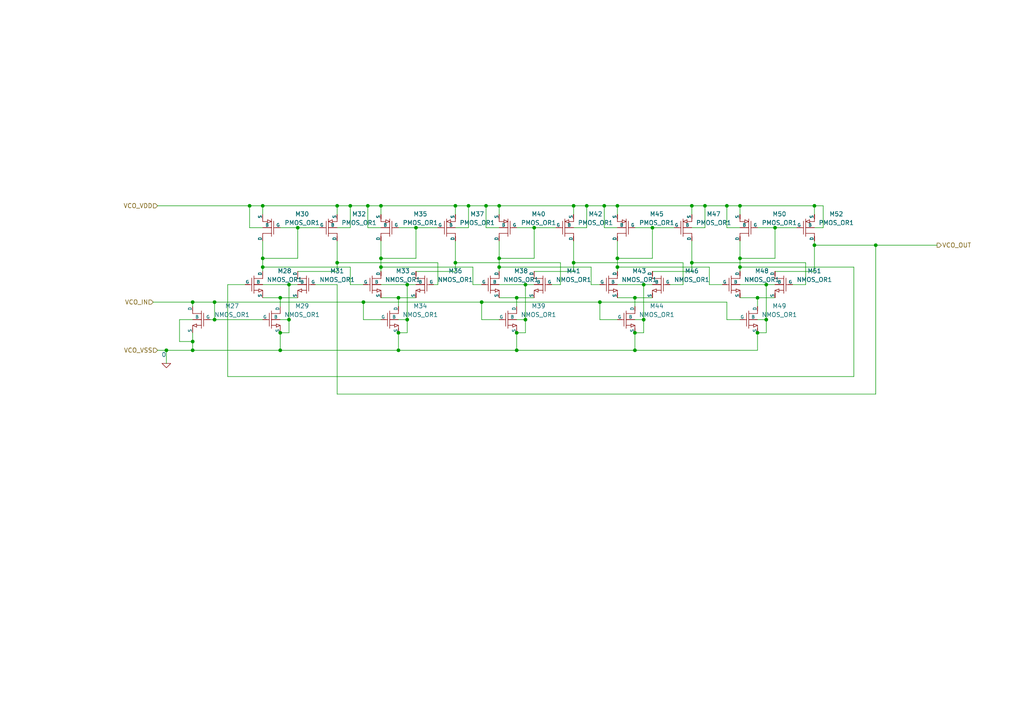
<source format=kicad_sch>
(kicad_sch (version 20230121) (generator eeschema)
  (paper "A4")
  (lib_symbols
    (symbol "OR1Symbols:0" (power) (pin_names (offset 0))
      (property "Value" "0" (at 0 -1.27 0))
      (symbol "0_0_1"
        (polyline (pts (xy -1.27 0) (xy 1.27 0) (xy 0 -1.27) (xy -1.27 0)))
      )
      (symbol "0_1_1"
        (pin power_in line (at 0 0 180) (length 0) hide (name "0") (number "1"))
      )
    )
    (symbol "OR1Symbols:NMOS_OR1" (pin_numbers hide) (pin_names (offset 0))
      (property "Reference" "M" (at 8.89 5.08 0))
      (property "Value" "NMOS_OR1" (at 8.89 2.54 0))
      (symbol "NMOS_OR1_0_1"
        (polyline (pts (xy 0 0) (xy 1.905 0)))
        (polyline (pts (xy 1.905 1.905) (xy 1.905 -1.905)))
        (polyline (pts (xy 2.54 -2.54) (xy 2.54 2.54)))
        (polyline (pts (xy 2.54 -1.651) (xy 3.937 -1.651)))
        (polyline (pts (xy 2.54 0) (xy 5.08 0)))
        (polyline (pts (xy 2.54 1.778) (xy 5.08 1.778)))
        (polyline (pts (xy 3.937 -2.159) (xy 3.937 -1.27)))
        (polyline (pts (xy 3.937 -1.27) (xy 5.08 -1.651)))
        (polyline (pts (xy 5.08 -1.651) (xy 3.937 -2.159)))
        (polyline (pts (xy 5.08 -1.651) (xy 5.08 -3.81)))
        (polyline (pts (xy 5.08 1.778) (xy 5.08 3.81)))
      )
      (symbol "NMOS_OR1_1_1"
        (pin passive line (at 5.08 3.81 270) (length 1.27) (name "D") (number "1"))
        (pin passive line (at 0 0 0) (length 1.27) (name "G") (number "2"))
        (pin passive line (at 5.08 -3.81 90) (length 1.27) (name "S") (number "3"))
        (pin passive line (at 5.08 0 180) (length 2.54) (name "B") (number "4"))
      )
    )
    (symbol "OR1Symbols:PMOS_OR1" (pin_numbers hide) (pin_names (offset 0))
      (property "Reference" "M" (at 8.89 5.08 0))
      (property "Value" "PMOS_OR1" (at 8.89 2.54 0))
      (symbol "PMOS_OR1_0_1"
        (polyline (pts (xy 0 0) (xy 1.905 0)))
        (polyline (pts (xy 1.905 1.905) (xy 1.905 -1.905)))
        (polyline (pts (xy 2.54 -2.54) (xy 2.54 2.54)))
        (polyline (pts (xy 2.54 -1.651) (xy 5.08 -1.651)))
        (polyline (pts (xy 2.54 0) (xy 5.08 0)))
        (polyline (pts (xy 2.54 1.778) (xy 3.683 2.286)))
        (polyline (pts (xy 3.683 1.397) (xy 2.54 1.778)))
        (polyline (pts (xy 3.683 1.397) (xy 3.683 2.286)))
        (polyline (pts (xy 3.683 1.778) (xy 5.08 1.778)))
        (polyline (pts (xy 5.08 -1.651) (xy 5.08 -3.81)))
        (polyline (pts (xy 5.08 1.778) (xy 5.08 3.81)))
      )
      (symbol "PMOS_OR1_1_1"
        (pin passive line (at 5.08 -3.81 90) (length 1.27) (name "D") (number "1"))
        (pin passive line (at 0 0 0) (length 1.27) (name "G") (number "2"))
        (pin passive line (at 5.08 3.81 270) (length 1.27) (name "S") (number "3"))
        (pin passive line (at 5.08 0 180) (length 2.54) (name "B") (number "4"))
      )
    )
  )
  (junction (at 101.6 59.69))
  (junction (at 106.68 59.69))
  (junction (at 186.69 92.71))
  (junction (at 55.88 87.63))
  (junction (at 214.63 74.93))
  (junction (at 236.22 59.69))
  (junction (at 179.07 77.47))
  (junction (at 97.79 76.2))
  (junction (at 144.78 59.69))
  (junction (at 140.97 59.69))
  (junction (at 48.26 101.6))
  (junction (at 170.18 59.69))
  (junction (at 173.99 87.63))
  (junction (at 81.28 86.36))
  (junction (at 97.79 59.69))
  (junction (at 219.71 86.36))
  (junction (at 214.63 77.47))
  (junction (at 175.26 59.69))
  (junction (at 118.11 92.71))
  (junction (at 166.37 76.2))
  (junction (at 139.7 87.63))
  (junction (at 189.23 66.04))
  (junction (at 200.66 59.69))
  (junction (at 110.49 59.69))
  (junction (at 132.08 76.2))
  (junction (at 105.41 87.63))
  (junction (at 144.78 74.93))
  (junction (at 210.82 59.69))
  (junction (at 149.86 86.36))
  (junction (at 55.88 101.6))
  (junction (at 152.4 82.55))
  (junction (at 186.69 82.55))
  (junction (at 115.57 101.6))
  (junction (at 120.65 66.04))
  (junction (at 224.79 66.04))
  (junction (at 76.2 77.47))
  (junction (at 179.07 59.69))
  (junction (at 62.23 92.71))
  (junction (at 204.47 59.69))
  (junction (at 115.57 96.52))
  (junction (at 184.15 101.6))
  (junction (at 166.37 59.69))
  (junction (at 81.28 101.6))
  (junction (at 83.82 92.71))
  (junction (at 81.28 96.52))
  (junction (at 149.86 96.52))
  (junction (at 86.36 66.04))
  (junction (at 55.88 99.06))
  (junction (at 115.57 86.36))
  (junction (at 184.15 96.52))
  (junction (at 132.08 59.69))
  (junction (at 144.78 77.47))
  (junction (at 76.2 74.93))
  (junction (at 236.22 71.12))
  (junction (at 118.11 82.55))
  (junction (at 83.82 82.55))
  (junction (at 154.94 66.04))
  (junction (at 219.71 96.52))
  (junction (at 110.49 74.93))
  (junction (at 76.2 59.69))
  (junction (at 135.89 59.69))
  (junction (at 179.07 74.93))
  (junction (at 152.4 92.71))
  (junction (at 62.23 87.63))
  (junction (at 222.25 82.55))
  (junction (at 184.15 86.36))
  (junction (at 222.25 92.71))
  (junction (at 149.86 101.6))
  (junction (at 110.49 77.47))
  (junction (at 200.66 76.2))
  (junction (at 254 71.12))
  (junction (at 214.63 59.69))
  (junction (at 72.39 59.69))
  (wire (pts (xy 144.78 77.47) (xy 144.78 78.74)))
  (wire (pts (xy 115.57 86.36) (xy 120.65 86.36)))
  (wire (pts (xy 186.69 82.55) (xy 186.69 92.71)))
  (wire (pts (xy 210.82 66.04) (xy 214.63 66.04)))
  (wire (pts (xy 110.49 86.36) (xy 115.57 86.36)))
  (wire (pts (xy 179.07 74.93) (xy 189.23 74.93)))
  (wire (pts (xy 144.78 92.71) (xy 139.7 92.71)))
  (wire (pts (xy 72.39 66.04) (xy 72.39 59.69)))
  (wire (pts (xy 200.66 78.74) (xy 189.23 78.74)))
  (wire (pts (xy 204.47 66.04) (xy 204.47 59.69)))
  (wire (pts (xy 210.82 92.71) (xy 214.63 92.71)))
  (wire (pts (xy 120.65 66.04) (xy 127 66.04)))
  (wire (pts (xy 166.37 59.69) (xy 166.37 62.23)))
  (wire (pts (xy 81.28 66.04) (xy 86.36 66.04)))
  (wire (pts (xy 236.22 78.74) (xy 224.79 78.74)))
  (wire (pts (xy 115.57 86.36) (xy 115.57 88.9)))
  (wire (pts (xy 200.66 76.2) (xy 233.68 76.2)))
  (wire (pts (xy 127 76.2) (xy 127 82.55)))
  (wire (pts (xy 118.11 92.71) (xy 118.11 96.52)))
  (wire (pts (xy 97.79 69.85) (xy 97.79 76.2)))
  (wire (pts (xy 110.49 74.93) (xy 120.65 74.93)))
  (wire (pts (xy 149.86 66.04) (xy 154.94 66.04)))
  (wire (pts (xy 198.12 76.2) (xy 198.12 82.55)))
  (wire (pts (xy 236.22 69.85) (xy 236.22 71.12)))
  (wire (pts (xy 97.79 76.2) (xy 127 76.2)))
  (wire (pts (xy 66.04 82.55) (xy 71.12 82.55)))
  (wire (pts (xy 229.87 82.55) (xy 233.68 82.55)))
  (wire (pts (xy 214.63 74.93) (xy 214.63 77.47)))
  (wire (pts (xy 186.69 92.71) (xy 186.69 96.52)))
  (wire (pts (xy 214.63 74.93) (xy 224.79 74.93)))
  (wire (pts (xy 166.37 69.85) (xy 166.37 76.2)))
  (wire (pts (xy 205.74 82.55) (xy 209.55 82.55)))
  (wire (pts (xy 44.45 87.63) (xy 55.88 87.63)))
  (wire (pts (xy 214.63 62.23) (xy 214.63 59.69)))
  (wire (pts (xy 144.78 82.55) (xy 152.4 82.55)))
  (wire (pts (xy 236.22 59.69) (xy 236.22 62.23)))
  (wire (pts (xy 149.86 92.71) (xy 152.4 92.71)))
  (wire (pts (xy 210.82 59.69) (xy 214.63 59.69)))
  (wire (pts (xy 101.6 59.69) (xy 101.6 66.04)))
  (wire (pts (xy 144.78 62.23) (xy 144.78 59.69)))
  (wire (pts (xy 173.99 87.63) (xy 210.82 87.63)))
  (wire (pts (xy 76.2 74.93) (xy 86.36 74.93)))
  (wire (pts (xy 81.28 86.36) (xy 81.28 88.9)))
  (wire (pts (xy 171.45 77.47) (xy 171.45 82.55)))
  (wire (pts (xy 55.88 96.52) (xy 55.88 99.06)))
  (wire (pts (xy 210.82 59.69) (xy 210.82 66.04)))
  (wire (pts (xy 118.11 96.52) (xy 115.57 96.52)))
  (wire (pts (xy 132.08 76.2) (xy 132.08 78.74)))
  (wire (pts (xy 106.68 66.04) (xy 106.68 59.69)))
  (wire (pts (xy 222.25 92.71) (xy 222.25 96.52)))
  (wire (pts (xy 166.37 76.2) (xy 198.12 76.2)))
  (wire (pts (xy 184.15 66.04) (xy 189.23 66.04)))
  (wire (pts (xy 110.49 66.04) (xy 106.68 66.04)))
  (wire (pts (xy 55.88 99.06) (xy 55.88 101.6)))
  (wire (pts (xy 247.65 77.47) (xy 247.65 109.22)))
  (wire (pts (xy 152.4 82.55) (xy 152.4 92.71)))
  (wire (pts (xy 152.4 82.55) (xy 154.94 82.55)))
  (wire (pts (xy 186.69 82.55) (xy 189.23 82.55)))
  (wire (pts (xy 62.23 92.71) (xy 76.2 92.71)))
  (wire (pts (xy 76.2 59.69) (xy 72.39 59.69)))
  (wire (pts (xy 140.97 66.04) (xy 144.78 66.04)))
  (wire (pts (xy 236.22 66.04) (xy 238.76 66.04)))
  (wire (pts (xy 86.36 66.04) (xy 86.36 74.93)))
  (wire (pts (xy 125.73 82.55) (xy 127 82.55)))
  (wire (pts (xy 219.71 86.36) (xy 224.79 86.36)))
  (wire (pts (xy 55.88 92.71) (xy 52.07 92.71)))
  (wire (pts (xy 254 114.3) (xy 254 71.12)))
  (wire (pts (xy 81.28 96.52) (xy 81.28 101.6)))
  (wire (pts (xy 166.37 78.74) (xy 154.94 78.74)))
  (wire (pts (xy 224.79 66.04) (xy 224.79 74.93)))
  (wire (pts (xy 45.72 59.69) (xy 72.39 59.69)))
  (wire (pts (xy 115.57 101.6) (xy 149.86 101.6)))
  (wire (pts (xy 166.37 76.2) (xy 166.37 78.74)))
  (wire (pts (xy 81.28 92.71) (xy 83.82 92.71)))
  (wire (pts (xy 175.26 59.69) (xy 179.07 59.69)))
  (wire (pts (xy 62.23 87.63) (xy 62.23 92.71)))
  (wire (pts (xy 189.23 66.04) (xy 189.23 74.93)))
  (wire (pts (xy 66.04 109.22) (xy 66.04 82.55)))
  (wire (pts (xy 214.63 77.47) (xy 247.65 77.47)))
  (wire (pts (xy 179.07 82.55) (xy 186.69 82.55)))
  (wire (pts (xy 219.71 66.04) (xy 224.79 66.04)))
  (wire (pts (xy 81.28 101.6) (xy 115.57 101.6)))
  (wire (pts (xy 170.18 59.69) (xy 170.18 66.04)))
  (wire (pts (xy 86.36 66.04) (xy 92.71 66.04)))
  (wire (pts (xy 101.6 77.47) (xy 101.6 82.55)))
  (wire (pts (xy 137.16 77.47) (xy 137.16 82.55)))
  (wire (pts (xy 166.37 59.69) (xy 170.18 59.69)))
  (wire (pts (xy 91.44 82.55) (xy 97.79 82.55)))
  (wire (pts (xy 110.49 77.47) (xy 110.49 78.74)))
  (wire (pts (xy 236.22 71.12) (xy 236.22 78.74)))
  (wire (pts (xy 110.49 62.23) (xy 110.49 59.69)))
  (wire (pts (xy 179.07 77.47) (xy 205.74 77.47)))
  (wire (pts (xy 120.65 66.04) (xy 120.65 74.93)))
  (wire (pts (xy 139.7 87.63) (xy 173.99 87.63)))
  (wire (pts (xy 184.15 96.52) (xy 184.15 101.6)))
  (wire (pts (xy 173.99 92.71) (xy 173.99 87.63)))
  (wire (pts (xy 219.71 86.36) (xy 219.71 88.9)))
  (wire (pts (xy 152.4 92.71) (xy 152.4 96.52)))
  (wire (pts (xy 200.66 69.85) (xy 200.66 76.2)))
  (wire (pts (xy 144.78 69.85) (xy 144.78 74.93)))
  (wire (pts (xy 140.97 59.69) (xy 144.78 59.69)))
  (wire (pts (xy 135.89 66.04) (xy 135.89 59.69)))
  (wire (pts (xy 115.57 66.04) (xy 120.65 66.04)))
  (wire (pts (xy 152.4 96.52) (xy 149.86 96.52)))
  (wire (pts (xy 179.07 77.47) (xy 179.07 78.74)))
  (wire (pts (xy 154.94 66.04) (xy 161.29 66.04)))
  (wire (pts (xy 137.16 82.55) (xy 139.7 82.55)))
  (wire (pts (xy 214.63 82.55) (xy 222.25 82.55)))
  (wire (pts (xy 115.57 96.52) (xy 115.57 101.6)))
  (wire (pts (xy 76.2 74.93) (xy 76.2 77.47)))
  (wire (pts (xy 184.15 101.6) (xy 219.71 101.6)))
  (wire (pts (xy 238.76 59.69) (xy 236.22 59.69)))
  (wire (pts (xy 81.28 86.36) (xy 86.36 86.36)))
  (wire (pts (xy 166.37 66.04) (xy 170.18 66.04)))
  (wire (pts (xy 132.08 66.04) (xy 135.89 66.04)))
  (wire (pts (xy 97.79 76.2) (xy 97.79 78.74)))
  (wire (pts (xy 101.6 66.04) (xy 97.79 66.04)))
  (wire (pts (xy 200.66 59.69) (xy 200.66 62.23)))
  (wire (pts (xy 236.22 71.12) (xy 254 71.12)))
  (wire (pts (xy 170.18 59.69) (xy 175.26 59.69)))
  (wire (pts (xy 135.89 59.69) (xy 140.97 59.69)))
  (wire (pts (xy 222.25 82.55) (xy 224.79 82.55)))
  (wire (pts (xy 52.07 99.06) (xy 55.88 99.06)))
  (wire (pts (xy 144.78 74.93) (xy 144.78 77.47)))
  (wire (pts (xy 110.49 92.71) (xy 105.41 92.71)))
  (wire (pts (xy 171.45 82.55) (xy 173.99 82.55)))
  (wire (pts (xy 101.6 59.69) (xy 106.68 59.69)))
  (wire (pts (xy 105.41 87.63) (xy 139.7 87.63)))
  (wire (pts (xy 214.63 77.47) (xy 214.63 78.74)))
  (wire (pts (xy 76.2 82.55) (xy 83.82 82.55)))
  (wire (pts (xy 184.15 92.71) (xy 186.69 92.71)))
  (wire (pts (xy 184.15 86.36) (xy 189.23 86.36)))
  (wire (pts (xy 149.86 86.36) (xy 149.86 88.9)))
  (wire (pts (xy 214.63 86.36) (xy 219.71 86.36)))
  (wire (pts (xy 254 71.12) (xy 271.78 71.12)))
  (wire (pts (xy 247.65 109.22) (xy 66.04 109.22)))
  (wire (pts (xy 97.79 59.69) (xy 101.6 59.69)))
  (wire (pts (xy 179.07 69.85) (xy 179.07 74.93)))
  (wire (pts (xy 76.2 77.47) (xy 76.2 78.74)))
  (wire (pts (xy 76.2 77.47) (xy 101.6 77.47)))
  (wire (pts (xy 76.2 59.69) (xy 97.79 59.69)))
  (wire (pts (xy 224.79 66.04) (xy 231.14 66.04)))
  (wire (pts (xy 118.11 82.55) (xy 120.65 82.55)))
  (wire (pts (xy 60.96 92.71) (xy 62.23 92.71)))
  (wire (pts (xy 132.08 78.74) (xy 120.65 78.74)))
  (wire (pts (xy 132.08 59.69) (xy 135.89 59.69)))
  (wire (pts (xy 101.6 82.55) (xy 105.41 82.55)))
  (wire (pts (xy 76.2 86.36) (xy 81.28 86.36)))
  (wire (pts (xy 83.82 92.71) (xy 83.82 96.52)))
  (wire (pts (xy 179.07 62.23) (xy 179.07 59.69)))
  (wire (pts (xy 115.57 92.71) (xy 118.11 92.71)))
  (wire (pts (xy 204.47 59.69) (xy 210.82 59.69)))
  (wire (pts (xy 48.26 101.6) (xy 48.26 105.41)))
  (wire (pts (xy 110.49 74.93) (xy 110.49 77.47)))
  (wire (pts (xy 219.71 92.71) (xy 222.25 92.71)))
  (wire (pts (xy 97.79 114.3) (xy 254 114.3)))
  (wire (pts (xy 214.63 59.69) (xy 236.22 59.69)))
  (wire (pts (xy 139.7 92.71) (xy 139.7 87.63)))
  (wire (pts (xy 162.56 76.2) (xy 162.56 82.55)))
  (wire (pts (xy 132.08 76.2) (xy 162.56 76.2)))
  (wire (pts (xy 154.94 66.04) (xy 154.94 74.93)))
  (wire (pts (xy 76.2 62.23) (xy 76.2 59.69)))
  (wire (pts (xy 55.88 87.63) (xy 62.23 87.63)))
  (wire (pts (xy 184.15 86.36) (xy 184.15 88.9)))
  (wire (pts (xy 97.79 59.69) (xy 97.79 62.23)))
  (wire (pts (xy 219.71 96.52) (xy 219.71 101.6)))
  (wire (pts (xy 149.86 101.6) (xy 184.15 101.6)))
  (wire (pts (xy 83.82 96.52) (xy 81.28 96.52)))
  (wire (pts (xy 110.49 59.69) (xy 132.08 59.69)))
  (wire (pts (xy 179.07 86.36) (xy 184.15 86.36)))
  (wire (pts (xy 48.26 101.6) (xy 55.88 101.6)))
  (wire (pts (xy 76.2 66.04) (xy 72.39 66.04)))
  (wire (pts (xy 205.74 77.47) (xy 205.74 82.55)))
  (wire (pts (xy 76.2 69.85) (xy 76.2 74.93)))
  (wire (pts (xy 110.49 77.47) (xy 137.16 77.47)))
  (wire (pts (xy 210.82 87.63) (xy 210.82 92.71)))
  (wire (pts (xy 45.72 101.6) (xy 48.26 101.6)))
  (wire (pts (xy 238.76 66.04) (xy 238.76 59.69)))
  (wire (pts (xy 62.23 87.63) (xy 105.41 87.63)))
  (wire (pts (xy 118.11 82.55) (xy 118.11 92.71)))
  (wire (pts (xy 222.25 96.52) (xy 219.71 96.52)))
  (wire (pts (xy 175.26 59.69) (xy 175.26 66.04)))
  (wire (pts (xy 175.26 66.04) (xy 179.07 66.04)))
  (wire (pts (xy 110.49 69.85) (xy 110.49 74.93)))
  (wire (pts (xy 189.23 66.04) (xy 195.58 66.04)))
  (wire (pts (xy 200.66 76.2) (xy 200.66 78.74)))
  (wire (pts (xy 144.78 74.93) (xy 154.94 74.93)))
  (wire (pts (xy 162.56 82.55) (xy 160.02 82.55)))
  (wire (pts (xy 186.69 96.52) (xy 184.15 96.52)))
  (wire (pts (xy 144.78 86.36) (xy 149.86 86.36)))
  (wire (pts (xy 132.08 59.69) (xy 132.08 62.23)))
  (wire (pts (xy 179.07 92.71) (xy 173.99 92.71)))
  (wire (pts (xy 144.78 59.69) (xy 166.37 59.69)))
  (wire (pts (xy 194.31 82.55) (xy 198.12 82.55)))
  (wire (pts (xy 200.66 66.04) (xy 204.47 66.04)))
  (wire (pts (xy 140.97 59.69) (xy 140.97 66.04)))
  (wire (pts (xy 97.79 78.74) (xy 86.36 78.74)))
  (wire (pts (xy 110.49 82.55) (xy 118.11 82.55)))
  (wire (pts (xy 52.07 92.71) (xy 52.07 99.06)))
  (wire (pts (xy 233.68 76.2) (xy 233.68 82.55)))
  (wire (pts (xy 214.63 69.85) (xy 214.63 74.93)))
  (wire (pts (xy 222.25 82.55) (xy 222.25 92.71)))
  (wire (pts (xy 55.88 101.6) (xy 81.28 101.6)))
  (wire (pts (xy 149.86 86.36) (xy 154.94 86.36)))
  (wire (pts (xy 105.41 92.71) (xy 105.41 87.63)))
  (wire (pts (xy 179.07 74.93) (xy 179.07 77.47)))
  (wire (pts (xy 149.86 96.52) (xy 149.86 101.6)))
  (wire (pts (xy 200.66 59.69) (xy 204.47 59.69)))
  (wire (pts (xy 55.88 87.63) (xy 55.88 88.9)))
  (wire (pts (xy 83.82 82.55) (xy 86.36 82.55)))
  (wire (pts (xy 83.82 82.55) (xy 83.82 92.71)))
  (wire (pts (xy 144.78 77.47) (xy 171.45 77.47)))
  (wire (pts (xy 132.08 69.85) (xy 132.08 76.2)))
  (wire (pts (xy 179.07 59.69) (xy 200.66 59.69)))
  (wire (pts (xy 106.68 59.69) (xy 110.49 59.69)))
  (wire (pts (xy 97.79 82.55) (xy 97.79 114.3)))
  (hierarchical_label "VCO_OUT" (shape output) (at 271.78 71.12 0))
  (hierarchical_label "VCO_VDD" (shape input) (at 45.72 59.69 180))
  (hierarchical_label "VCO_IN" (shape input) (at 44.45 87.63 180))
  (hierarchical_label "VCO_VSS" (shape input) (at 45.72 101.6 180))
  (symbol (lib_id "OR1Symbols:NMOS_OR1") (at 110.49 92.71 0) (unit 1)
    (property "Reference" "M34" (at 121.92 88.7477 0))
    (property "Value" "NMOS_OR1" (at 121.92 91.2877 0))
    (property "Sim.Pins" "1=1 2=2 3=3 4=4" (effects hide))
    (property "Sim.Device" "SPICE" (effects hide))
    (property "Sim.Params" "type=\"M\" model=\"NMOS_OR1 l=1u w=2u\" lib=\"\"" (effects hide))
    (instances (project "" (path "" (reference "M34") (unit 1))) (project "tb" (path "" (reference "M34") (unit 1))) (project "tb" (path "" (reference "M34") (unit 1))) (project "cc_osc" (path "" (reference "M15") (unit 1)) (path "" (reference "M34") (unit 1))) (project "VCO" (path "" (reference "M34") (unit 1))) (project "VCO_buf" (path "" (reference "M34") (unit 1)) (path "" (reference "M8") (unit 1))) (project "tb_VCO_buf" (path "" (reference "M8") (unit 1))))
  )
  (symbol (lib_id "OR1Symbols:NMOS_OR1") (at 214.63 92.71 0) (unit 1)
    (property "Reference" "M49" (at 226.06 88.7477 0))
    (property "Value" "NMOS_OR1" (at 226.06 91.2877 0))
    (property "Sim.Pins" "1=1 2=2 3=3 4=4" (effects hide))
    (property "Sim.Device" "SPICE" (effects hide))
    (property "Sim.Params" "type=\"M\" model=\"NMOS_OR1 l=1u w=2u\" lib=\"\"" (effects hide))
    (instances (project "" (path "" (reference "M49") (unit 1))) (project "tb" (path "" (reference "M49") (unit 1))) (project "tb" (path "" (reference "M49") (unit 1))) (project "cc_osc" (path "" (reference "M24") (unit 1)) (path "" (reference "M49") (unit 1))) (project "VCO" (path "" (reference "M49") (unit 1))) (project "VCO_buf" (path "" (reference "M49") (unit 1)) (path "" (reference "M23") (unit 1))) (project "tb_VCO_buf" (path "" (reference "M23") (unit 1))))
  )
  (symbol (lib_id "OR1Symbols:PMOS_OR1") (at 92.71 66.04 0) (unit 1)
    (property "Reference" "M32" (at 104.14 62.0777 0))
    (property "Value" "PMOS_OR1" (at 104.14 64.6177 0))
    (property "Sim.Pins" "1=1 2=2 3=3 4=4" (effects hide))
    (property "Sim.Device" "SPICE" (effects hide))
    (property "Sim.Params" "type=\"M\" model=\"PMOS_OR1 l=1u w=6u\" lib=\"\"" (effects hide))
    (instances (project "" (path "" (reference "M32") (unit 1))) (project "tb" (path "" (reference "M32") (unit 1))) (project "tb" (path "" (reference "M32") (unit 1))) (project "cc_osc" (path "" (reference "M2") (unit 1)) (path "" (reference "M32") (unit 1))) (project "VCO" (path "" (reference "M32") (unit 1))) (project "VCO_buf" (path "" (reference "M32") (unit 1)) (path "" (reference "M6") (unit 1))) (project "tb_VCO_buf" (path "" (reference "M6") (unit 1))))
  )
  (symbol (lib_id "OR1Symbols:NMOS_OR1") (at 173.99 82.55 0) (unit 1)
    (property "Reference" "M43" (at 185.42 78.5877 0))
    (property "Value" "NMOS_OR1" (at 185.42 81.1277 0))
    (property "Sim.Pins" "1=1 2=2 3=3 4=4" (effects hide))
    (property "Sim.Device" "SPICE" (effects hide))
    (property "Sim.Params" "type=\"M\" model=\"NMOS_OR1 l=1u w=2u\" lib=\"\"" (effects hide))
    (instances (project "" (path "" (reference "M43") (unit 1))) (project "tb" (path "" (reference "M43") (unit 1))) (project "tb" (path "" (reference "M43") (unit 1))) (project "cc_osc" (path "" (reference "M20") (unit 1)) (path "" (reference "M43") (unit 1))) (project "VCO" (path "" (reference "M43") (unit 1))) (project "VCO_buf" (path "" (reference "M43") (unit 1)) (path "" (reference "M17") (unit 1))) (project "tb_VCO_buf" (path "" (reference "M17") (unit 1))))
  )
  (symbol (lib_id "OR1Symbols:PMOS_OR1") (at 231.14 66.04 0) (unit 1)
    (property "Reference" "M52" (at 242.57 62.0777 0))
    (property "Value" "PMOS_OR1" (at 242.57 64.6177 0))
    (property "Sim.Pins" "1=1 2=2 3=3 4=4" (effects hide))
    (property "Sim.Device" "SPICE" (effects hide))
    (property "Sim.Params" "type=\"M\" model=\"PMOS_OR1 l=1u w=6u\" lib=\"\"" (effects hide))
    (instances (project "" (path "" (reference "M52") (unit 1))) (project "tb" (path "" (reference "M52") (unit 1))) (project "tb" (path "" (reference "M52") (unit 1))) (project "cc_osc" (path "" (reference "M10") (unit 1)) (path "" (reference "M52") (unit 1))) (project "VCO" (path "" (reference "M52") (unit 1))) (project "VCO_buf" (path "" (reference "M52") (unit 1)) (path "" (reference "M26") (unit 1))) (project "tb_VCO_buf" (path "" (reference "M26") (unit 1))))
  )
  (symbol (lib_id "OR1Symbols:PMOS_OR1") (at 195.58 66.04 0) (unit 1)
    (property "Reference" "M47" (at 207.01 62.0777 0))
    (property "Value" "PMOS_OR1" (at 207.01 64.6177 0))
    (property "Sim.Pins" "1=1 2=2 3=3 4=4" (effects hide))
    (property "Sim.Device" "SPICE" (effects hide))
    (property "Sim.Params" "type=\"M\" model=\"PMOS_OR1 l=1u w=6u\" lib=\"\"" (effects hide))
    (instances (project "" (path "" (reference "M47") (unit 1))) (project "tb" (path "" (reference "M47") (unit 1))) (project "tb" (path "" (reference "M47") (unit 1))) (project "cc_osc" (path "" (reference "M8") (unit 1)) (path "" (reference "M47") (unit 1))) (project "VCO" (path "" (reference "M47") (unit 1))) (project "VCO_buf" (path "" (reference "M47") (unit 1)) (path "" (reference "M21") (unit 1))) (project "tb_VCO_buf" (path "" (reference "M21") (unit 1))))
  )
  (symbol (lib_id "OR1Symbols:PMOS_OR1") (at 81.28 66.04 0) (mirror y) (unit 1)
    (property "Reference" "M30" (at 87.63 62.0777 0))
    (property "Value" "PMOS_OR1" (at 87.63 64.6177 0))
    (property "Sim.Pins" "1=1 2=2 3=3 4=4" (effects hide))
    (property "Sim.Device" "SPICE" (effects hide))
    (property "Sim.Params" "type=\"M\" model=\"PMOS_OR1 l=1u w=6u\" lib=\"\"" (effects hide))
    (instances (project "" (path "" (reference "M30") (unit 1))) (project "tb" (path "" (reference "M30") (unit 1))) (project "tb" (path "" (reference "M30") (unit 1))) (project "cc_osc" (path "" (reference "M1") (unit 1)) (path "" (reference "M30") (unit 1))) (project "VCO" (path "" (reference "M30") (unit 1))) (project "VCO_buf" (path "" (reference "M30") (unit 1)) (path "" (reference "M4") (unit 1))) (project "tb_VCO_buf" (path "" (reference "M4") (unit 1))))
  )
  (symbol (lib_id "OR1Symbols:NMOS_OR1") (at 194.31 82.55 0) (mirror y) (unit 1)
    (property "Reference" "M46" (at 200.66 78.5877 0))
    (property "Value" "NMOS_OR1" (at 200.66 81.1277 0))
    (property "Sim.Pins" "1=1 2=2 3=3 4=4" (effects hide))
    (property "Sim.Device" "SPICE" (effects hide))
    (property "Sim.Params" "type=\"M\" model=\"NMOS_OR1 l=1u w=2u\" lib=\"\"" (effects hide))
    (instances (project "" (path "" (reference "M46") (unit 1))) (project "tb" (path "" (reference "M46") (unit 1))) (project "tb" (path "" (reference "M46") (unit 1))) (project "cc_osc" (path "" (reference "M22") (unit 1)) (path "" (reference "M46") (unit 1))) (project "VCO" (path "" (reference "M46") (unit 1))) (project "VCO_buf" (path "" (reference "M46") (unit 1)) (path "" (reference "M20") (unit 1))) (project "tb_VCO_buf" (path "" (reference "M20") (unit 1))))
  )
  (symbol (lib_id "OR1Symbols:PMOS_OR1") (at 149.86 66.04 0) (mirror y) (unit 1)
    (property "Reference" "M40" (at 156.21 62.0777 0))
    (property "Value" "PMOS_OR1" (at 156.21 64.6177 0))
    (property "Sim.Pins" "1=1 2=2 3=3 4=4" (effects hide))
    (property "Sim.Device" "SPICE" (effects hide))
    (property "Sim.Params" "type=\"M\" model=\"PMOS_OR1 l=1u w=6u\" lib=\"\"" (effects hide))
    (instances (project "" (path "" (reference "M40") (unit 1))) (project "tb" (path "" (reference "M40") (unit 1))) (project "tb" (path "" (reference "M40") (unit 1))) (project "cc_osc" (path "" (reference "M5") (unit 1)) (path "" (reference "M40") (unit 1))) (project "VCO" (path "" (reference "M40") (unit 1))) (project "VCO_buf" (path "" (reference "M40") (unit 1)) (path "" (reference "M14") (unit 1))) (project "tb_VCO_buf" (path "" (reference "M14") (unit 1))))
  )
  (symbol (lib_id "OR1Symbols:NMOS_OR1") (at 139.7 82.55 0) (unit 1)
    (property "Reference" "M38" (at 151.13 78.5877 0))
    (property "Value" "NMOS_OR1" (at 151.13 81.1277 0))
    (property "Sim.Pins" "1=1 2=2 3=3 4=4" (effects hide))
    (property "Sim.Device" "SPICE" (effects hide))
    (property "Sim.Params" "type=\"M\" model=\"NMOS_OR1 l=1u w=2u\" lib=\"\"" (effects hide))
    (instances (project "" (path "" (reference "M38") (unit 1))) (project "tb" (path "" (reference "M38") (unit 1))) (project "tb" (path "" (reference "M38") (unit 1))) (project "cc_osc" (path "" (reference "M17") (unit 1)) (path "" (reference "M38") (unit 1))) (project "VCO" (path "" (reference "M38") (unit 1))) (project "VCO_buf" (path "" (reference "M38") (unit 1)) (path "" (reference "M12") (unit 1))) (project "tb_VCO_buf" (path "" (reference "M12") (unit 1))))
  )
  (symbol (lib_id "OR1Symbols:NMOS_OR1") (at 91.44 82.55 0) (mirror y) (unit 1)
    (property "Reference" "M31" (at 97.79 78.5877 0))
    (property "Value" "NMOS_OR1" (at 97.79 81.1277 0))
    (property "Sim.Pins" "1=1 2=2 3=3 4=4" (effects hide))
    (property "Sim.Device" "SPICE" (effects hide))
    (property "Sim.Params" "type=\"M\" model=\"NMOS_OR1 l=1u w=2u\" lib=\"\"" (effects hide))
    (instances (project "" (path "" (reference "M31") (unit 1))) (project "tb" (path "" (reference "M31") (unit 1))) (project "tb" (path "" (reference "M31") (unit 1))) (project "cc_osc" (path "" (reference "M12") (unit 1)) (path "" (reference "M31") (unit 1))) (project "VCO" (path "" (reference "M31") (unit 1))) (project "VCO_buf" (path "" (reference "M31") (unit 1)) (path "" (reference "M5") (unit 1))) (project "tb_VCO_buf" (path "" (reference "M5") (unit 1))))
  )
  (symbol (lib_id "OR1Symbols:NMOS_OR1") (at 60.96 92.71 0) (mirror y) (unit 1)
    (property "Reference" "M27" (at 67.31 88.7477 0))
    (property "Value" "NMOS_OR1" (at 67.31 91.2877 0))
    (property "Sim.Pins" "1=1 2=2 3=3 4=4" (effects hide))
    (property "Sim.Device" "SPICE" (effects hide))
    (property "Sim.Params" "type=\"M\" model=\"NMOS_OR1 l=1u w=2u\" lib=\"\"" (effects hide))
    (instances (project "" (path "" (reference "M27") (unit 1))) (project "tb" (path "" (reference "M27") (unit 1))) (project "tb" (path "" (reference "M27") (unit 1))) (project "cc_osc" (path "" (reference "M26") (unit 1)) (path "" (reference "M27") (unit 1))) (project "VCO" (path "" (reference "M27") (unit 1))) (project "VCO_buf" (path "" (reference "M27") (unit 1)) (path "" (reference "M1") (unit 1))) (project "tb_VCO_buf" (path "" (reference "M1") (unit 1))))
  )
  (symbol (lib_id "OR1Symbols:PMOS_OR1") (at 184.15 66.04 0) (mirror y) (unit 1)
    (property "Reference" "M45" (at 190.5 62.0777 0))
    (property "Value" "PMOS_OR1" (at 190.5 64.6177 0))
    (property "Sim.Pins" "1=1 2=2 3=3 4=4" (effects hide))
    (property "Sim.Device" "SPICE" (effects hide))
    (property "Sim.Params" "type=\"M\" model=\"PMOS_OR1 l=1u w=6u\" lib=\"\"" (effects hide))
    (instances (project "" (path "" (reference "M45") (unit 1))) (project "tb" (path "" (reference "M45") (unit 1))) (project "tb" (path "" (reference "M45") (unit 1))) (project "cc_osc" (path "" (reference "M7") (unit 1)) (path "" (reference "M45") (unit 1))) (project "VCO" (path "" (reference "M45") (unit 1))) (project "VCO_buf" (path "" (reference "M45") (unit 1)) (path "" (reference "M19") (unit 1))) (project "tb_VCO_buf" (path "" (reference "M19") (unit 1))))
  )
  (symbol (lib_id "OR1Symbols:NMOS_OR1") (at 179.07 92.71 0) (unit 1)
    (property "Reference" "M44" (at 190.5 88.7477 0))
    (property "Value" "NMOS_OR1" (at 190.5 91.2877 0))
    (property "Sim.Pins" "1=1 2=2 3=3 4=4" (effects hide))
    (property "Sim.Device" "SPICE" (effects hide))
    (property "Sim.Params" "type=\"M\" model=\"NMOS_OR1 l=1u w=2u\" lib=\"\"" (effects hide))
    (instances (project "" (path "" (reference "M44") (unit 1))) (project "tb" (path "" (reference "M44") (unit 1))) (project "tb" (path "" (reference "M44") (unit 1))) (project "cc_osc" (path "" (reference "M21") (unit 1)) (path "" (reference "M44") (unit 1))) (project "VCO" (path "" (reference "M44") (unit 1))) (project "VCO_buf" (path "" (reference "M44") (unit 1)) (path "" (reference "M18") (unit 1))) (project "tb_VCO_buf" (path "" (reference "M18") (unit 1))))
  )
  (symbol (lib_id "OR1Symbols:PMOS_OR1") (at 127 66.04 0) (unit 1)
    (property "Reference" "M37" (at 138.43 62.0777 0))
    (property "Value" "PMOS_OR1" (at 138.43 64.6177 0))
    (property "Sim.Pins" "1=1 2=2 3=3 4=4" (effects hide))
    (property "Sim.Device" "SPICE" (effects hide))
    (property "Sim.Params" "type=\"M\" model=\"PMOS_OR1 l=1u w=6u\" lib=\"\"" (effects hide))
    (instances (project "" (path "" (reference "M37") (unit 1))) (project "tb" (path "" (reference "M37") (unit 1))) (project "tb" (path "" (reference "M37") (unit 1))) (project "cc_osc" (path "" (reference "M4") (unit 1)) (path "" (reference "M37") (unit 1))) (project "VCO" (path "" (reference "M37") (unit 1))) (project "VCO_buf" (path "" (reference "M37") (unit 1)) (path "" (reference "M11") (unit 1))) (project "tb_VCO_buf" (path "" (reference "M11") (unit 1))))
  )
  (symbol (lib_id "OR1Symbols:PMOS_OR1") (at 161.29 66.04 0) (unit 1)
    (property "Reference" "M42" (at 172.72 62.0777 0))
    (property "Value" "PMOS_OR1" (at 172.72 64.6177 0))
    (property "Sim.Pins" "1=1 2=2 3=3 4=4" (effects hide))
    (property "Sim.Device" "SPICE" (effects hide))
    (property "Sim.Params" "type=\"M\" model=\"PMOS_OR1 l=1u w=6u\" lib=\"\"" (effects hide))
    (instances (project "" (path "" (reference "M42") (unit 1))) (project "tb" (path "" (reference "M42") (unit 1))) (project "tb" (path "" (reference "M42") (unit 1))) (project "cc_osc" (path "" (reference "M6") (unit 1)) (path "" (reference "M42") (unit 1))) (project "VCO" (path "" (reference "M42") (unit 1))) (project "VCO_buf" (path "" (reference "M42") (unit 1)) (path "" (reference "M16") (unit 1))) (project "tb_VCO_buf" (path "" (reference "M16") (unit 1))))
  )
  (symbol (lib_id "OR1Symbols:NMOS_OR1") (at 160.02 82.55 0) (mirror y) (unit 1)
    (property "Reference" "M41" (at 166.37 78.5877 0))
    (property "Value" "NMOS_OR1" (at 166.37 81.1277 0))
    (property "Sim.Pins" "1=1 2=2 3=3 4=4" (effects hide))
    (property "Sim.Device" "SPICE" (effects hide))
    (property "Sim.Params" "type=\"M\" model=\"NMOS_OR1 l=1u w=2u\" lib=\"\"" (effects hide))
    (instances (project "" (path "" (reference "M41") (unit 1))) (project "tb" (path "" (reference "M41") (unit 1))) (project "tb" (path "" (reference "M41") (unit 1))) (project "cc_osc" (path "" (reference "M19") (unit 1)) (path "" (reference "M41") (unit 1))) (project "VCO" (path "" (reference "M41") (unit 1))) (project "VCO_buf" (path "" (reference "M41") (unit 1)) (path "" (reference "M15") (unit 1))) (project "tb_VCO_buf" (path "" (reference "M15") (unit 1))))
  )
  (symbol (lib_id "OR1Symbols:PMOS_OR1") (at 115.57 66.04 0) (mirror y) (unit 1)
    (property "Reference" "M35" (at 121.92 62.0777 0))
    (property "Value" "PMOS_OR1" (at 121.92 64.6177 0))
    (property "Sim.Pins" "1=1 2=2 3=3 4=4" (effects hide))
    (property "Sim.Device" "SPICE" (effects hide))
    (property "Sim.Params" "type=\"M\" model=\"PMOS_OR1 l=1u w=6u\" lib=\"\"" (effects hide))
    (instances (project "" (path "" (reference "M35") (unit 1))) (project "tb" (path "" (reference "M35") (unit 1))) (project "tb" (path "" (reference "M35") (unit 1))) (project "cc_osc" (path "" (reference "M3") (unit 1)) (path "" (reference "M35") (unit 1))) (project "VCO" (path "" (reference "M35") (unit 1))) (project "VCO_buf" (path "" (reference "M35") (unit 1)) (path "" (reference "M9") (unit 1))) (project "tb_VCO_buf" (path "" (reference "M9") (unit 1))))
  )
  (symbol (lib_id "OR1Symbols:0") (at 48.26 105.41 0) (unit 1)
    (property "Reference" "#GND02" (effects hide))
    (property "Value" "0" (at 48.26 102.87 0) (effects (justify right)))
    (instances (project "" (path "" (reference "#GND02") (unit 1))) (project "tb" (path "" (reference "#GND02") (unit 1))) (project "tb" (path "" (reference "#GND02") (unit 1))) (project "cc_osc" (path "" (reference "#GND01") (unit 1)) (path "" (reference "#GND02") (unit 1))) (project "VCO" (path "" (reference "#GND02") (unit 1))) (project "VCO_buf" (path "" (reference "#GND01") (unit 1))) (project "tb_VCO_buf" (path "" (reference "#GND02") (unit 1))))
  )
  (symbol (lib_id "OR1Symbols:NMOS_OR1") (at 229.87 82.55 0) (mirror y) (unit 1)
    (property "Reference" "M51" (at 236.22 78.5877 0))
    (property "Value" "NMOS_OR1" (at 236.22 81.1277 0))
    (property "Sim.Pins" "1=1 2=2 3=3 4=4" (effects hide))
    (property "Sim.Device" "SPICE" (effects hide))
    (property "Sim.Params" "type=\"M\" model=\"NMOS_OR1 l=1u w=2u\" lib=\"\"" (effects hide))
    (instances (project "" (path "" (reference "M51") (unit 1))) (project "tb" (path "" (reference "M51") (unit 1))) (project "tb" (path "" (reference "M51") (unit 1))) (project "cc_osc" (path "" (reference "M25") (unit 1)) (path "" (reference "M51") (unit 1))) (project "VCO" (path "" (reference "M51") (unit 1))) (project "VCO_buf" (path "" (reference "M51") (unit 1)) (path "" (reference "M25") (unit 1))) (project "tb_VCO_buf" (path "" (reference "M25") (unit 1))))
  )
  (symbol (lib_id "OR1Symbols:NMOS_OR1") (at 105.41 82.55 0) (unit 1)
    (property "Reference" "M33" (at 116.84 78.5877 0))
    (property "Value" "NMOS_OR1" (at 116.84 81.1277 0))
    (property "Sim.Pins" "1=1 2=2 3=3 4=4" (effects hide))
    (property "Sim.Device" "SPICE" (effects hide))
    (property "Sim.Params" "type=\"M\" model=\"NMOS_OR1 l=1u w=2u\" lib=\"\"" (effects hide))
    (instances (project "" (path "" (reference "M33") (unit 1))) (project "tb" (path "" (reference "M33") (unit 1))) (project "tb" (path "" (reference "M33") (unit 1))) (project "cc_osc" (path "" (reference "M14") (unit 1)) (path "" (reference "M33") (unit 1))) (project "VCO" (path "" (reference "M33") (unit 1))) (project "VCO_buf" (path "" (reference "M33") (unit 1)) (path "" (reference "M7") (unit 1))) (project "tb_VCO_buf" (path "" (reference "M7") (unit 1))))
  )
  (symbol (lib_id "OR1Symbols:NMOS_OR1") (at 76.2 92.71 0) (unit 1)
    (property "Reference" "M29" (at 87.63 88.7477 0))
    (property "Value" "NMOS_OR1" (at 87.63 91.2877 0))
    (property "Sim.Pins" "1=1 2=2 3=3 4=4" (effects hide))
    (property "Sim.Device" "SPICE" (effects hide))
    (property "Sim.Params" "type=\"M\" model=\"NMOS_OR1 l=1u w=2u\" lib=\"\"" (effects hide))
    (instances (project "" (path "" (reference "M29") (unit 1))) (project "tb" (path "" (reference "M29") (unit 1))) (project "tb" (path "" (reference "M29") (unit 1))) (project "cc_osc" (path "" (reference "M13") (unit 1)) (path "" (reference "M29") (unit 1))) (project "VCO" (path "" (reference "M29") (unit 1))) (project "VCO_buf" (path "" (reference "M29") (unit 1)) (path "" (reference "M3") (unit 1))) (project "tb_VCO_buf" (path "" (reference "M3") (unit 1))))
  )
  (symbol (lib_id "OR1Symbols:NMOS_OR1") (at 144.78 92.71 0) (unit 1)
    (property "Reference" "M39" (at 156.21 88.7477 0))
    (property "Value" "NMOS_OR1" (at 156.21 91.2877 0))
    (property "Sim.Pins" "1=1 2=2 3=3 4=4" (effects hide))
    (property "Sim.Device" "SPICE" (effects hide))
    (property "Sim.Params" "type=\"M\" model=\"NMOS_OR1 l=1u w=2u\" lib=\"\"" (effects hide))
    (instances (project "" (path "" (reference "M39") (unit 1))) (project "tb" (path "" (reference "M39") (unit 1))) (project "tb" (path "" (reference "M39") (unit 1))) (project "cc_osc" (path "" (reference "M18") (unit 1)) (path "" (reference "M39") (unit 1))) (project "VCO" (path "" (reference "M39") (unit 1))) (project "VCO_buf" (path "" (reference "M39") (unit 1)) (path "" (reference "M13") (unit 1))) (project "tb_VCO_buf" (path "" (reference "M13") (unit 1))))
  )
  (symbol (lib_id "OR1Symbols:PMOS_OR1") (at 219.71 66.04 0) (mirror y) (unit 1)
    (property "Reference" "M50" (at 226.06 62.0777 0))
    (property "Value" "PMOS_OR1" (at 226.06 64.6177 0))
    (property "Sim.Pins" "1=1 2=2 3=3 4=4" (effects hide))
    (property "Sim.Device" "SPICE" (effects hide))
    (property "Sim.Params" "type=\"M\" model=\"PMOS_OR1 l=1u w=6u\" lib=\"\"" (effects hide))
    (instances (project "" (path "" (reference "M50") (unit 1))) (project "tb" (path "" (reference "M50") (unit 1))) (project "tb" (path "" (reference "M50") (unit 1))) (project "cc_osc" (path "" (reference "M9") (unit 1)) (path "" (reference "M50") (unit 1))) (project "VCO" (path "" (reference "M50") (unit 1))) (project "VCO_buf" (path "" (reference "M50") (unit 1)) (path "" (reference "M24") (unit 1))) (project "tb_VCO_buf" (path "" (reference "M24") (unit 1))))
  )
  (symbol (lib_id "OR1Symbols:NMOS_OR1") (at 125.73 82.55 0) (mirror y) (unit 1)
    (property "Reference" "M36" (at 132.08 78.5877 0))
    (property "Value" "NMOS_OR1" (at 132.08 81.1277 0))
    (property "Sim.Pins" "1=1 2=2 3=3 4=4" (effects hide))
    (property "Sim.Device" "SPICE" (effects hide))
    (property "Sim.Params" "type=\"M\" model=\"NMOS_OR1 l=1u w=2u\" lib=\"\"" (effects hide))
    (instances (project "" (path "" (reference "M36") (unit 1))) (project "tb" (path "" (reference "M36") (unit 1))) (project "tb" (path "" (reference "M36") (unit 1))) (project "cc_osc" (path "" (reference "M16") (unit 1)) (path "" (reference "M36") (unit 1))) (project "VCO" (path "" (reference "M36") (unit 1))) (project "VCO_buf" (path "" (reference "M36") (unit 1)) (path "" (reference "M10") (unit 1))) (project "tb_VCO_buf" (path "" (reference "M10") (unit 1))))
  )
  (symbol (lib_id "OR1Symbols:NMOS_OR1") (at 209.55 82.55 0) (unit 1)
    (property "Reference" "M48" (at 220.98 78.5877 0))
    (property "Value" "NMOS_OR1" (at 220.98 81.1277 0))
    (property "Sim.Pins" "1=1 2=2 3=3 4=4" (effects hide))
    (property "Sim.Device" "SPICE" (effects hide))
    (property "Sim.Params" "type=\"M\" model=\"NMOS_OR1 l=1u w=2u\" lib=\"\"" (effects hide))
    (instances (project "" (path "" (reference "M48") (unit 1))) (project "tb" (path "" (reference "M48") (unit 1))) (project "tb" (path "" (reference "M48") (unit 1))) (project "cc_osc" (path "" (reference "M23") (unit 1)) (path "" (reference "M48") (unit 1))) (project "VCO" (path "" (reference "M48") (unit 1))) (project "VCO_buf" (path "" (reference "M48") (unit 1)) (path "" (reference "M22") (unit 1))) (project "tb_VCO_buf" (path "" (reference "M22") (unit 1))))
  )
  (symbol (lib_id "OR1Symbols:NMOS_OR1") (at 71.12 82.55 0) (unit 1)
    (property "Reference" "M28" (at 82.55 78.5877 0))
    (property "Value" "NMOS_OR1" (at 82.55 81.1277 0))
    (property "Sim.Pins" "1=1 2=2 3=3 4=4" (effects hide))
    (property "Sim.Device" "SPICE" (effects hide))
    (property "Sim.Params" "type=\"M\" model=\"NMOS_OR1 l=1u w=2u\" lib=\"\"" (effects hide))
    (instances (project "" (path "" (reference "M28") (unit 1))) (project "tb" (path "" (reference "M28") (unit 1))) (project "tb" (path "" (reference "M28") (unit 1))) (project "cc_osc" (path "" (reference "M11") (unit 1)) (path "" (reference "M28") (unit 1))) (project "VCO" (path "" (reference "M28") (unit 1))) (project "VCO_buf" (path "" (reference "M28") (unit 1)) (path "" (reference "M2") (unit 1))) (project "tb_VCO_buf" (path "" (reference "M2") (unit 1))))
  )
)
</source>
